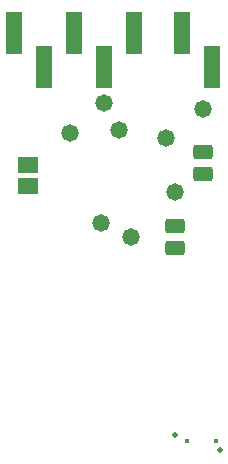
<source format=gbr>
G04*
G04 #@! TF.GenerationSoftware,Altium Limited,Altium Designer,22.4.2 (48)*
G04*
G04 Layer_Color=8388736*
%FSLAX25Y25*%
%MOIN*%
G70*
G04*
G04 #@! TF.SameCoordinates,F9A4DCB5-2B7C-4553-87A1-470B5E90004D*
G04*
G04*
G04 #@! TF.FilePolarity,Negative*
G04*
G01*
G75*
%ADD18R,0.06587X0.05367*%
G04:AMPARAMS|DCode=19|XSize=47.37mil|YSize=63.91mil|CornerRadius=8.92mil|HoleSize=0mil|Usage=FLASHONLY|Rotation=270.000|XOffset=0mil|YOffset=0mil|HoleType=Round|Shape=RoundedRectangle|*
%AMROUNDEDRECTD19*
21,1,0.04737,0.04606,0,0,270.0*
21,1,0.02953,0.06391,0,0,270.0*
1,1,0.01784,-0.02303,-0.01476*
1,1,0.01784,-0.02303,0.01476*
1,1,0.01784,0.02303,0.01476*
1,1,0.01784,0.02303,-0.01476*
%
%ADD19ROUNDEDRECTD19*%
%ADD20R,0.05800X0.14304*%
%ADD21R,0.01800X0.01800*%
%ADD22C,0.01900*%
%ADD23C,0.05800*%
D18*
X148500Y437965D02*
D03*
Y431035D02*
D03*
D19*
X207000Y434819D02*
D03*
Y442181D02*
D03*
X197500Y410138D02*
D03*
Y417500D02*
D03*
D20*
X144000Y482000D02*
D03*
X154000Y470504D02*
D03*
X164000Y482000D02*
D03*
X174000Y470504D02*
D03*
X184000Y482000D02*
D03*
X210000Y470504D02*
D03*
X200000Y482000D02*
D03*
D21*
X201720Y346000D02*
D03*
X211365D02*
D03*
D22*
X212600Y342900D02*
D03*
X197500Y348000D02*
D03*
D23*
X162500Y448500D02*
D03*
X173000Y418500D02*
D03*
X194500Y447000D02*
D03*
X179000Y449500D02*
D03*
X174000Y458500D02*
D03*
X207000Y456500D02*
D03*
X197769Y429017D02*
D03*
X183000Y414000D02*
D03*
M02*

</source>
